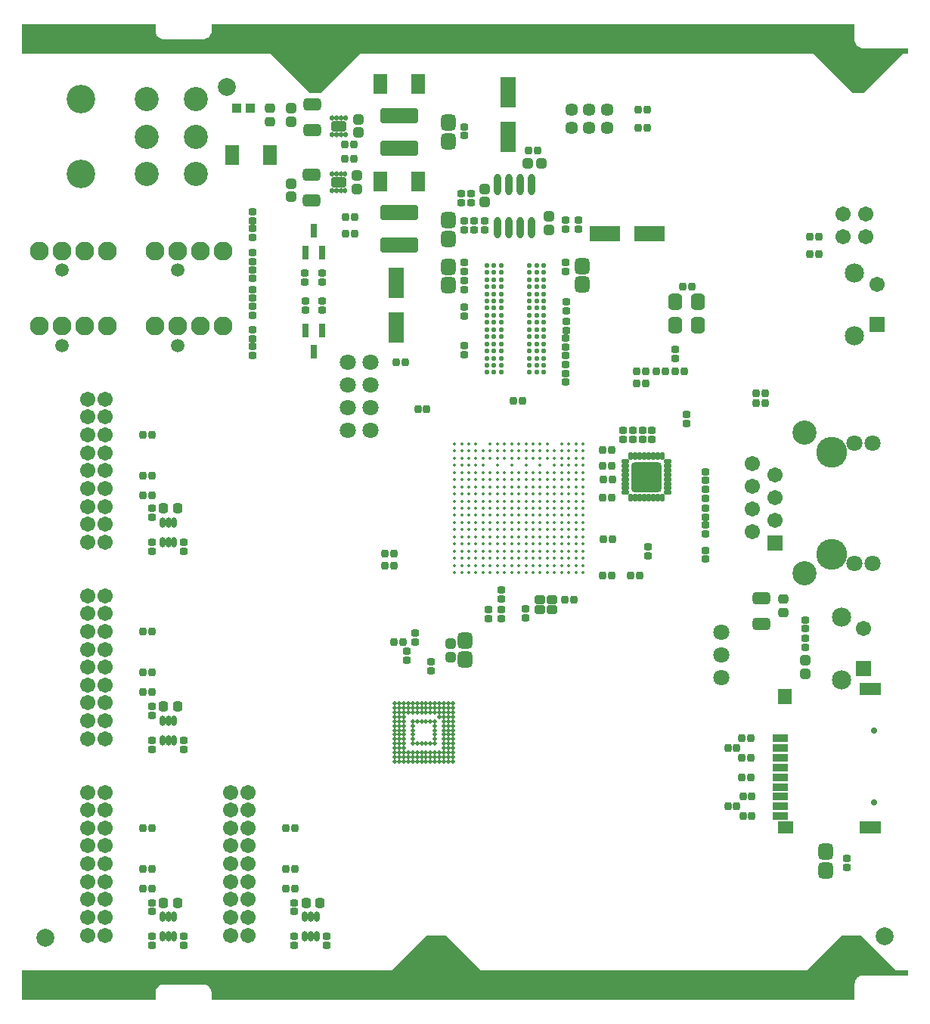
<source format=gbr>
G04*
G04 #@! TF.GenerationSoftware,Altium Limited,Altium Designer,24.2.2 (26)*
G04*
G04 Layer_Color=8388736*
%FSLAX44Y44*%
%MOMM*%
G71*
G04*
G04 #@! TF.SameCoordinates,D1F85D35-12B9-47B7-842E-F7ABDB1EEA32*
G04*
G04*
G04 #@! TF.FilePolarity,Negative*
G04*
G01*
G75*
%ADD23C,0.3556*%
%ADD38R,1.6200X2.1800*%
%ADD50R,1.8032X3.4032*%
%ADD51R,3.4032X1.8032*%
G04:AMPARAMS|DCode=52|XSize=0.9032mm|YSize=0.8032mm|CornerRadius=0.2516mm|HoleSize=0mm|Usage=FLASHONLY|Rotation=90.000|XOffset=0mm|YOffset=0mm|HoleType=Round|Shape=RoundedRectangle|*
%AMROUNDEDRECTD52*
21,1,0.9032,0.3000,0,0,90.0*
21,1,0.4000,0.8032,0,0,90.0*
1,1,0.5032,0.1500,0.2000*
1,1,0.5032,0.1500,-0.2000*
1,1,0.5032,-0.1500,-0.2000*
1,1,0.5032,-0.1500,0.2000*
%
%ADD52ROUNDEDRECTD52*%
G04:AMPARAMS|DCode=53|XSize=0.9032mm|YSize=0.8032mm|CornerRadius=0.2516mm|HoleSize=0mm|Usage=FLASHONLY|Rotation=0.000|XOffset=0mm|YOffset=0mm|HoleType=Round|Shape=RoundedRectangle|*
%AMROUNDEDRECTD53*
21,1,0.9032,0.3000,0,0,0.0*
21,1,0.4000,0.8032,0,0,0.0*
1,1,0.5032,0.2000,-0.1500*
1,1,0.5032,-0.2000,-0.1500*
1,1,0.5032,-0.2000,0.1500*
1,1,0.5032,0.2000,0.1500*
%
%ADD53ROUNDEDRECTD53*%
G04:AMPARAMS|DCode=54|XSize=0.6032mm|YSize=1.1032mm|CornerRadius=0.2016mm|HoleSize=0mm|Usage=FLASHONLY|Rotation=0.000|XOffset=0mm|YOffset=0mm|HoleType=Round|Shape=RoundedRectangle|*
%AMROUNDEDRECTD54*
21,1,0.6032,0.7000,0,0,0.0*
21,1,0.2000,1.1032,0,0,0.0*
1,1,0.4032,0.1000,-0.3500*
1,1,0.4032,-0.1000,-0.3500*
1,1,0.4032,-0.1000,0.3500*
1,1,0.4032,0.1000,0.3500*
%
%ADD54ROUNDEDRECTD54*%
%ADD55C,0.5532*%
G04:AMPARAMS|DCode=56|XSize=1.1532mm|YSize=1.0532mm|CornerRadius=0.3141mm|HoleSize=0mm|Usage=FLASHONLY|Rotation=90.000|XOffset=0mm|YOffset=0mm|HoleType=Round|Shape=RoundedRectangle|*
%AMROUNDEDRECTD56*
21,1,1.1532,0.4250,0,0,90.0*
21,1,0.5250,1.0532,0,0,90.0*
1,1,0.6282,0.2125,0.2625*
1,1,0.6282,0.2125,-0.2625*
1,1,0.6282,-0.2125,-0.2625*
1,1,0.6282,-0.2125,0.2625*
%
%ADD56ROUNDEDRECTD56*%
%ADD57C,2.0000*%
G04:AMPARAMS|DCode=58|XSize=1.1532mm|YSize=1.2032mm|CornerRadius=0.3391mm|HoleSize=0mm|Usage=FLASHONLY|Rotation=90.000|XOffset=0mm|YOffset=0mm|HoleType=Round|Shape=RoundedRectangle|*
%AMROUNDEDRECTD58*
21,1,1.1532,0.5250,0,0,90.0*
21,1,0.4750,1.2032,0,0,90.0*
1,1,0.6782,0.2625,0.2375*
1,1,0.6782,0.2625,-0.2375*
1,1,0.6782,-0.2625,-0.2375*
1,1,0.6782,-0.2625,0.2375*
%
%ADD58ROUNDEDRECTD58*%
%ADD59O,0.8032X2.4032*%
G04:AMPARAMS|DCode=60|XSize=1.1532mm|YSize=1.2032mm|CornerRadius=0.3391mm|HoleSize=0mm|Usage=FLASHONLY|Rotation=180.000|XOffset=0mm|YOffset=0mm|HoleType=Round|Shape=RoundedRectangle|*
%AMROUNDEDRECTD60*
21,1,1.1532,0.5250,0,0,180.0*
21,1,0.4750,1.2032,0,0,180.0*
1,1,0.6782,-0.2375,0.2625*
1,1,0.6782,0.2375,0.2625*
1,1,0.6782,0.2375,-0.2625*
1,1,0.6782,-0.2375,-0.2625*
%
%ADD60ROUNDEDRECTD60*%
G04:AMPARAMS|DCode=61|XSize=1.7032mm|YSize=1.8032mm|CornerRadius=0.4766mm|HoleSize=0mm|Usage=FLASHONLY|Rotation=180.000|XOffset=0mm|YOffset=0mm|HoleType=Round|Shape=RoundedRectangle|*
%AMROUNDEDRECTD61*
21,1,1.7032,0.8500,0,0,180.0*
21,1,0.7500,1.8032,0,0,180.0*
1,1,0.9532,-0.3750,0.4250*
1,1,0.9532,0.3750,0.4250*
1,1,0.9532,0.3750,-0.4250*
1,1,0.9532,-0.3750,-0.4250*
%
%ADD61ROUNDEDRECTD61*%
G04:AMPARAMS|DCode=62|XSize=1.7032mm|YSize=1.1032mm|CornerRadius=0.2141mm|HoleSize=0mm|Usage=FLASHONLY|Rotation=180.000|XOffset=0mm|YOffset=0mm|HoleType=Round|Shape=RoundedRectangle|*
%AMROUNDEDRECTD62*
21,1,1.7032,0.6750,0,0,180.0*
21,1,1.2750,1.1032,0,0,180.0*
1,1,0.4282,-0.6375,0.3375*
1,1,0.4282,0.6375,0.3375*
1,1,0.4282,0.6375,-0.3375*
1,1,0.4282,-0.6375,-0.3375*
%
%ADD62ROUNDEDRECTD62*%
G04:AMPARAMS|DCode=63|XSize=0.4532mm|YSize=0.6032mm|CornerRadius=0.1641mm|HoleSize=0mm|Usage=FLASHONLY|Rotation=180.000|XOffset=0mm|YOffset=0mm|HoleType=Round|Shape=RoundedRectangle|*
%AMROUNDEDRECTD63*
21,1,0.4532,0.2750,0,0,180.0*
21,1,0.1250,0.6032,0,0,180.0*
1,1,0.3282,-0.0625,0.1375*
1,1,0.3282,0.0625,0.1375*
1,1,0.3282,0.0625,-0.1375*
1,1,0.3282,-0.0625,-0.1375*
%
%ADD63ROUNDEDRECTD63*%
G04:AMPARAMS|DCode=64|XSize=1.3532mm|YSize=2.0032mm|CornerRadius=0.3891mm|HoleSize=0mm|Usage=FLASHONLY|Rotation=90.000|XOffset=0mm|YOffset=0mm|HoleType=Round|Shape=RoundedRectangle|*
%AMROUNDEDRECTD64*
21,1,1.3532,1.2250,0,0,90.0*
21,1,0.5750,2.0032,0,0,90.0*
1,1,0.7782,0.6125,0.2875*
1,1,0.7782,0.6125,-0.2875*
1,1,0.7782,-0.6125,-0.2875*
1,1,0.7782,-0.6125,0.2875*
%
%ADD64ROUNDEDRECTD64*%
G04:AMPARAMS|DCode=65|XSize=1.1532mm|YSize=1.0532mm|CornerRadius=0.3141mm|HoleSize=0mm|Usage=FLASHONLY|Rotation=180.000|XOffset=0mm|YOffset=0mm|HoleType=Round|Shape=RoundedRectangle|*
%AMROUNDEDRECTD65*
21,1,1.1532,0.4250,0,0,180.0*
21,1,0.5250,1.0532,0,0,180.0*
1,1,0.6282,-0.2625,0.2125*
1,1,0.6282,0.2625,0.2125*
1,1,0.6282,0.2625,-0.2125*
1,1,0.6282,-0.2625,-0.2125*
%
%ADD65ROUNDEDRECTD65*%
G04:AMPARAMS|DCode=66|XSize=1.7032mm|YSize=4.2032mm|CornerRadius=0.1766mm|HoleSize=0mm|Usage=FLASHONLY|Rotation=270.000|XOffset=0mm|YOffset=0mm|HoleType=Round|Shape=RoundedRectangle|*
%AMROUNDEDRECTD66*
21,1,1.7032,3.8500,0,0,270.0*
21,1,1.3500,4.2032,0,0,270.0*
1,1,0.3532,-1.9250,-0.6750*
1,1,0.3532,-1.9250,0.6750*
1,1,0.3532,1.9250,0.6750*
1,1,0.3532,1.9250,-0.6750*
%
%ADD66ROUNDEDRECTD66*%
%ADD67R,0.8032X1.5532*%
%ADD68R,1.0032X1.0032*%
G04:AMPARAMS|DCode=69|XSize=1.6032mm|YSize=1.8032mm|CornerRadius=0.4516mm|HoleSize=0mm|Usage=FLASHONLY|Rotation=180.000|XOffset=0mm|YOffset=0mm|HoleType=Round|Shape=RoundedRectangle|*
%AMROUNDEDRECTD69*
21,1,1.6032,0.9000,0,0,180.0*
21,1,0.7000,1.8032,0,0,180.0*
1,1,0.9032,-0.3500,0.4500*
1,1,0.9032,0.3500,0.4500*
1,1,0.9032,0.3500,-0.4500*
1,1,0.9032,-0.3500,-0.4500*
%
%ADD69ROUNDEDRECTD69*%
G04:AMPARAMS|DCode=70|XSize=0.4432mm|YSize=0.9032mm|CornerRadius=0.1616mm|HoleSize=0mm|Usage=FLASHONLY|Rotation=0.000|XOffset=0mm|YOffset=0mm|HoleType=Round|Shape=RoundedRectangle|*
%AMROUNDEDRECTD70*
21,1,0.4432,0.5800,0,0,0.0*
21,1,0.1200,0.9032,0,0,0.0*
1,1,0.3232,0.0600,-0.2900*
1,1,0.3232,-0.0600,-0.2900*
1,1,0.3232,-0.0600,0.2900*
1,1,0.3232,0.0600,0.2900*
%
%ADD70ROUNDEDRECTD70*%
G04:AMPARAMS|DCode=71|XSize=0.4432mm|YSize=0.9032mm|CornerRadius=0.1616mm|HoleSize=0mm|Usage=FLASHONLY|Rotation=90.000|XOffset=0mm|YOffset=0mm|HoleType=Round|Shape=RoundedRectangle|*
%AMROUNDEDRECTD71*
21,1,0.4432,0.5800,0,0,90.0*
21,1,0.1200,0.9032,0,0,90.0*
1,1,0.3232,0.2900,0.0600*
1,1,0.3232,0.2900,-0.0600*
1,1,0.3232,-0.2900,-0.0600*
1,1,0.3232,-0.2900,0.0600*
%
%ADD71ROUNDEDRECTD71*%
G04:AMPARAMS|DCode=72|XSize=3.3032mm|YSize=3.3032mm|CornerRadius=0.2566mm|HoleSize=0mm|Usage=FLASHONLY|Rotation=270.000|XOffset=0mm|YOffset=0mm|HoleType=Round|Shape=RoundedRectangle|*
%AMROUNDEDRECTD72*
21,1,3.3032,2.7900,0,0,270.0*
21,1,2.7900,3.3032,0,0,270.0*
1,1,0.5132,-1.3950,-1.3950*
1,1,0.5132,-1.3950,1.3950*
1,1,0.5132,1.3950,1.3950*
1,1,0.5132,1.3950,-1.3950*
%
%ADD72ROUNDEDRECTD72*%
%ADD73R,1.6032X1.8032*%
%ADD74R,2.4032X1.4032*%
%ADD75R,1.8032X1.4032*%
%ADD76R,1.8032X0.9032*%
G04:AMPARAMS|DCode=77|XSize=1.1032mm|YSize=1.0032mm|CornerRadius=0.1416mm|HoleSize=0mm|Usage=FLASHONLY|Rotation=0.000|XOffset=0mm|YOffset=0mm|HoleType=Round|Shape=RoundedRectangle|*
%AMROUNDEDRECTD77*
21,1,1.1032,0.7200,0,0,0.0*
21,1,0.8200,1.0032,0,0,0.0*
1,1,0.2832,0.4100,-0.3600*
1,1,0.2832,-0.4100,-0.3600*
1,1,0.2832,-0.4100,0.3600*
1,1,0.2832,0.4100,0.3600*
%
%ADD77ROUNDEDRECTD77*%
%ADD78C,0.4932*%
%ADD79C,2.1032*%
%ADD80C,1.5032*%
%ADD81C,3.2032*%
%ADD82C,1.4532*%
%ADD83C,2.1532*%
%ADD84C,1.7112*%
%ADD85R,1.7112X1.7112*%
%ADD86C,1.7032*%
%ADD87C,1.8032*%
%ADD88C,0.7032*%
%ADD89R,1.7032X1.7032*%
%ADD90C,2.7032*%
%ADD91C,3.4532*%
G36*
X517312Y36639D02*
X882435D01*
X921435Y75639D01*
X943312D01*
X982312Y36639D01*
X996116D01*
Y30885D01*
X945000Y30885D01*
X944811Y30847D01*
X944619Y30866D01*
X943644Y30770D01*
X943098Y30604D01*
X942538Y30493D01*
X940736Y29746D01*
X940231Y29409D01*
X939475Y28904D01*
X938096Y27525D01*
X937254Y26265D01*
X936507Y24462D01*
X936396Y23902D01*
X936230Y23356D01*
X936134Y22381D01*
X936153Y22189D01*
X936116Y22000D01*
X936116Y3885D01*
X215885D01*
Y12000D01*
X215847Y12189D01*
X215866Y12381D01*
X215770Y13356D01*
X215604Y13903D01*
X215493Y14462D01*
X214746Y16265D01*
X214409Y16769D01*
X213904Y17525D01*
X212525Y18904D01*
X211264Y19746D01*
X209462Y20493D01*
X208902Y20604D01*
X208356Y20770D01*
X207381Y20866D01*
X207189Y20847D01*
X207000Y20885D01*
X162000Y20885D01*
X161811Y20847D01*
X161619Y20866D01*
X160644Y20770D01*
X160098Y20604D01*
X159538Y20493D01*
X157736Y19746D01*
X157231Y19409D01*
X156475Y18904D01*
X155096Y17525D01*
X154254Y16264D01*
X153507Y14462D01*
X153396Y13902D01*
X153230Y13356D01*
X153134Y12381D01*
X153153Y12189D01*
X153116Y12000D01*
X153116Y3885D01*
X3885D01*
Y36639D01*
X417356D01*
X456416Y75699D01*
X478252D01*
X517312Y36639D01*
D02*
G37*
G36*
X936116Y1078000D02*
X936153Y1077811D01*
X936134Y1077619D01*
X936230Y1076644D01*
X936396Y1076098D01*
X936507Y1075538D01*
X937254Y1073736D01*
X938096Y1072476D01*
X938096D01*
Y1072476D01*
X939475Y1071096D01*
X940736Y1070254D01*
X942538Y1069507D01*
X943098Y1069396D01*
X943644Y1069230D01*
X944619Y1069134D01*
X944811Y1069153D01*
X945000Y1069116D01*
X996116D01*
Y1063115D01*
X989848D01*
X945909Y1019175D01*
X933789D01*
X889848Y1063115D01*
X382115Y1063115D01*
X338175Y1019175D01*
X325788Y1019175D01*
X281849Y1063115D01*
X3885D01*
Y1096116D01*
X153116D01*
Y1088000D01*
X153153Y1087811D01*
X153134Y1087619D01*
X153230Y1086644D01*
X153396Y1086098D01*
X153507Y1085538D01*
X154254Y1083736D01*
X154591Y1083231D01*
X155096Y1082476D01*
X156475Y1081096D01*
X157736Y1080254D01*
X159538Y1079508D01*
X160098Y1079396D01*
X160644Y1079230D01*
X161619Y1079134D01*
X161811Y1079153D01*
X162000Y1079116D01*
X207000Y1079116D01*
X207189Y1079153D01*
X207381Y1079134D01*
X208356Y1079230D01*
X208902Y1079396D01*
X209462Y1079508D01*
X211264Y1080254D01*
X211769Y1080591D01*
X212525Y1081096D01*
X213904Y1082476D01*
X214746Y1083736D01*
X215493Y1085538D01*
X215604Y1086098D01*
X215770Y1086644D01*
X215866Y1087619D01*
X215847Y1087811D01*
X215885Y1088000D01*
X215885Y1096116D01*
X936116D01*
Y1078000D01*
D02*
G37*
D23*
X616000Y482000D02*
D03*
X520000D02*
D03*
X528000D02*
D03*
X536000D02*
D03*
X552000Y610000D02*
D03*
X536000Y602000D02*
D03*
X568000Y618000D02*
D03*
X544000Y626000D02*
D03*
X616000Y618000D02*
D03*
X504000D02*
D03*
X632000Y610000D02*
D03*
X624000Y618000D02*
D03*
X608000D02*
D03*
X632000D02*
D03*
X624000Y626000D02*
D03*
X600000Y618000D02*
D03*
X608000Y610000D02*
D03*
X592000Y618000D02*
D03*
X496000D02*
D03*
X512000Y626000D02*
D03*
Y610000D02*
D03*
X520000Y618000D02*
D03*
X496000Y610000D02*
D03*
X512000Y618000D02*
D03*
X488000D02*
D03*
Y610000D02*
D03*
X552000Y618000D02*
D03*
X592000Y626000D02*
D03*
X560000Y610000D02*
D03*
X552000Y602000D02*
D03*
X584000Y610000D02*
D03*
X536000Y626000D02*
D03*
X528000Y610000D02*
D03*
X568000D02*
D03*
X576000Y618000D02*
D03*
Y626000D02*
D03*
X536000Y610000D02*
D03*
X600000D02*
D03*
X520000D02*
D03*
X584000Y602000D02*
D03*
X544000Y610000D02*
D03*
X592000D02*
D03*
X528000Y626000D02*
D03*
X536000Y618000D02*
D03*
X576000Y610000D02*
D03*
X544000Y618000D02*
D03*
X488000Y482000D02*
D03*
Y490000D02*
D03*
Y498000D02*
D03*
Y506000D02*
D03*
Y514000D02*
D03*
Y522000D02*
D03*
Y530000D02*
D03*
Y538000D02*
D03*
Y546000D02*
D03*
Y554000D02*
D03*
Y562000D02*
D03*
Y570000D02*
D03*
Y578000D02*
D03*
Y586000D02*
D03*
Y594000D02*
D03*
Y602000D02*
D03*
Y626000D02*
D03*
X496000Y482000D02*
D03*
Y490000D02*
D03*
Y498000D02*
D03*
Y506000D02*
D03*
Y514000D02*
D03*
Y522000D02*
D03*
Y530000D02*
D03*
Y538000D02*
D03*
Y546000D02*
D03*
Y554000D02*
D03*
Y562000D02*
D03*
Y570000D02*
D03*
Y578000D02*
D03*
Y586000D02*
D03*
Y594000D02*
D03*
Y602000D02*
D03*
Y626000D02*
D03*
X504000Y482000D02*
D03*
Y490000D02*
D03*
Y498000D02*
D03*
Y506000D02*
D03*
Y514000D02*
D03*
Y522000D02*
D03*
Y530000D02*
D03*
Y538000D02*
D03*
Y546000D02*
D03*
Y554000D02*
D03*
Y562000D02*
D03*
Y570000D02*
D03*
Y578000D02*
D03*
Y586000D02*
D03*
Y594000D02*
D03*
Y602000D02*
D03*
Y610000D02*
D03*
Y626000D02*
D03*
X512000Y482000D02*
D03*
Y490000D02*
D03*
Y498000D02*
D03*
Y506000D02*
D03*
Y514000D02*
D03*
Y522000D02*
D03*
Y530000D02*
D03*
Y538000D02*
D03*
Y546000D02*
D03*
Y554000D02*
D03*
Y562000D02*
D03*
Y570000D02*
D03*
Y578000D02*
D03*
Y586000D02*
D03*
Y594000D02*
D03*
Y602000D02*
D03*
X520000Y490000D02*
D03*
Y498000D02*
D03*
Y506000D02*
D03*
Y514000D02*
D03*
Y522000D02*
D03*
Y530000D02*
D03*
Y538000D02*
D03*
Y546000D02*
D03*
Y554000D02*
D03*
Y562000D02*
D03*
Y570000D02*
D03*
Y578000D02*
D03*
Y586000D02*
D03*
Y594000D02*
D03*
Y602000D02*
D03*
X528000Y490000D02*
D03*
Y498000D02*
D03*
Y506000D02*
D03*
Y514000D02*
D03*
Y522000D02*
D03*
Y530000D02*
D03*
Y538000D02*
D03*
Y546000D02*
D03*
Y554000D02*
D03*
Y562000D02*
D03*
Y570000D02*
D03*
Y578000D02*
D03*
Y586000D02*
D03*
Y594000D02*
D03*
Y618000D02*
D03*
X536000Y490000D02*
D03*
Y498000D02*
D03*
Y506000D02*
D03*
Y514000D02*
D03*
Y522000D02*
D03*
Y530000D02*
D03*
Y538000D02*
D03*
Y546000D02*
D03*
Y554000D02*
D03*
Y562000D02*
D03*
Y570000D02*
D03*
Y578000D02*
D03*
Y586000D02*
D03*
Y594000D02*
D03*
X544000Y482000D02*
D03*
Y490000D02*
D03*
Y498000D02*
D03*
Y506000D02*
D03*
Y514000D02*
D03*
Y522000D02*
D03*
Y530000D02*
D03*
Y538000D02*
D03*
Y546000D02*
D03*
Y554000D02*
D03*
Y562000D02*
D03*
Y570000D02*
D03*
Y578000D02*
D03*
Y586000D02*
D03*
Y594000D02*
D03*
X552000Y482000D02*
D03*
Y490000D02*
D03*
Y498000D02*
D03*
Y506000D02*
D03*
Y514000D02*
D03*
Y522000D02*
D03*
Y530000D02*
D03*
Y538000D02*
D03*
Y546000D02*
D03*
Y554000D02*
D03*
Y562000D02*
D03*
Y570000D02*
D03*
Y578000D02*
D03*
Y586000D02*
D03*
Y594000D02*
D03*
Y626000D02*
D03*
X560000Y482000D02*
D03*
Y490000D02*
D03*
Y498000D02*
D03*
Y506000D02*
D03*
Y514000D02*
D03*
Y522000D02*
D03*
Y530000D02*
D03*
Y538000D02*
D03*
Y546000D02*
D03*
Y554000D02*
D03*
Y562000D02*
D03*
Y570000D02*
D03*
Y578000D02*
D03*
Y586000D02*
D03*
Y594000D02*
D03*
Y618000D02*
D03*
Y626000D02*
D03*
X568000Y482000D02*
D03*
Y490000D02*
D03*
Y498000D02*
D03*
Y506000D02*
D03*
Y514000D02*
D03*
Y522000D02*
D03*
Y530000D02*
D03*
Y538000D02*
D03*
Y546000D02*
D03*
Y554000D02*
D03*
Y562000D02*
D03*
Y570000D02*
D03*
Y578000D02*
D03*
Y586000D02*
D03*
Y594000D02*
D03*
Y602000D02*
D03*
Y626000D02*
D03*
X576000Y482000D02*
D03*
Y490000D02*
D03*
Y498000D02*
D03*
Y506000D02*
D03*
Y514000D02*
D03*
Y522000D02*
D03*
Y530000D02*
D03*
Y538000D02*
D03*
Y546000D02*
D03*
Y554000D02*
D03*
Y562000D02*
D03*
Y570000D02*
D03*
Y578000D02*
D03*
Y586000D02*
D03*
Y594000D02*
D03*
X584000Y482000D02*
D03*
Y490000D02*
D03*
Y498000D02*
D03*
Y506000D02*
D03*
Y514000D02*
D03*
Y522000D02*
D03*
Y530000D02*
D03*
Y538000D02*
D03*
Y546000D02*
D03*
Y554000D02*
D03*
Y562000D02*
D03*
Y570000D02*
D03*
Y578000D02*
D03*
Y586000D02*
D03*
Y594000D02*
D03*
Y618000D02*
D03*
Y626000D02*
D03*
X592000Y482000D02*
D03*
Y490000D02*
D03*
Y498000D02*
D03*
Y506000D02*
D03*
Y514000D02*
D03*
Y522000D02*
D03*
Y530000D02*
D03*
Y538000D02*
D03*
Y546000D02*
D03*
Y554000D02*
D03*
Y562000D02*
D03*
Y570000D02*
D03*
Y578000D02*
D03*
Y586000D02*
D03*
Y594000D02*
D03*
X600000Y482000D02*
D03*
Y490000D02*
D03*
Y498000D02*
D03*
Y506000D02*
D03*
Y514000D02*
D03*
Y522000D02*
D03*
Y530000D02*
D03*
Y538000D02*
D03*
Y546000D02*
D03*
Y554000D02*
D03*
Y562000D02*
D03*
Y570000D02*
D03*
Y578000D02*
D03*
Y586000D02*
D03*
Y594000D02*
D03*
Y602000D02*
D03*
X608000Y482000D02*
D03*
Y490000D02*
D03*
Y498000D02*
D03*
Y506000D02*
D03*
Y514000D02*
D03*
Y522000D02*
D03*
Y530000D02*
D03*
Y538000D02*
D03*
Y546000D02*
D03*
Y554000D02*
D03*
Y562000D02*
D03*
Y570000D02*
D03*
Y578000D02*
D03*
Y586000D02*
D03*
Y594000D02*
D03*
Y602000D02*
D03*
Y626000D02*
D03*
X616000Y490000D02*
D03*
Y498000D02*
D03*
Y506000D02*
D03*
Y514000D02*
D03*
Y522000D02*
D03*
Y530000D02*
D03*
Y538000D02*
D03*
Y546000D02*
D03*
Y554000D02*
D03*
Y562000D02*
D03*
Y570000D02*
D03*
Y578000D02*
D03*
Y586000D02*
D03*
Y594000D02*
D03*
Y602000D02*
D03*
Y610000D02*
D03*
Y626000D02*
D03*
X624000Y482000D02*
D03*
Y490000D02*
D03*
Y498000D02*
D03*
Y506000D02*
D03*
Y514000D02*
D03*
Y522000D02*
D03*
Y530000D02*
D03*
Y538000D02*
D03*
Y546000D02*
D03*
Y554000D02*
D03*
Y562000D02*
D03*
Y570000D02*
D03*
Y578000D02*
D03*
Y586000D02*
D03*
Y594000D02*
D03*
Y602000D02*
D03*
Y610000D02*
D03*
X632000Y482000D02*
D03*
Y490000D02*
D03*
Y498000D02*
D03*
Y506000D02*
D03*
Y514000D02*
D03*
Y522000D02*
D03*
Y530000D02*
D03*
Y538000D02*
D03*
Y546000D02*
D03*
Y554000D02*
D03*
Y562000D02*
D03*
Y570000D02*
D03*
Y578000D02*
D03*
Y586000D02*
D03*
Y594000D02*
D03*
Y602000D02*
D03*
Y626000D02*
D03*
D38*
X238900Y949000D02*
D03*
X281100D02*
D03*
X447125Y1029378D02*
D03*
X404925D02*
D03*
X447100Y920000D02*
D03*
X404900D02*
D03*
D50*
X548000Y1020000D02*
D03*
Y970000D02*
D03*
X423000Y756000D02*
D03*
Y806000D02*
D03*
D51*
X706000Y861000D02*
D03*
X656000D02*
D03*
D52*
X811000Y209000D02*
D03*
X821000D02*
D03*
X457000Y665000D02*
D03*
X581270Y954730D02*
D03*
X571270D02*
D03*
X375000Y961000D02*
D03*
X365000D02*
D03*
X375126Y945297D02*
D03*
X365126D02*
D03*
X366000Y880000D02*
D03*
X376000D02*
D03*
X886000Y838760D02*
D03*
X896000D02*
D03*
X886000Y858184D02*
D03*
X896000D02*
D03*
X734920Y707000D02*
D03*
X744920D02*
D03*
X714000Y707000D02*
D03*
X724000D02*
D03*
X702000D02*
D03*
X692000D02*
D03*
X702000Y693409D02*
D03*
X692000D02*
D03*
X654000Y619000D02*
D03*
X664000D02*
D03*
X654183Y601518D02*
D03*
X664183D02*
D03*
X664466Y586459D02*
D03*
X654466D02*
D03*
X654183Y566002D02*
D03*
X664183D02*
D03*
X695500Y479000D02*
D03*
X685500D02*
D03*
X826000Y672000D02*
D03*
X836000D02*
D03*
X826000Y683000D02*
D03*
X836000D02*
D03*
X621359Y451928D02*
D03*
X611359D02*
D03*
X423000Y717100D02*
D03*
X433000D02*
D03*
X420146Y404461D02*
D03*
X430146D02*
D03*
X554000Y674000D02*
D03*
X564000D02*
D03*
X447000Y665000D02*
D03*
X654000Y479000D02*
D03*
X664000D02*
D03*
X654466Y519000D02*
D03*
X664466D02*
D03*
X410000Y503000D02*
D03*
X420000D02*
D03*
X410000Y490000D02*
D03*
X420000D02*
D03*
X693908Y980037D02*
D03*
X703908D02*
D03*
X693908Y999882D02*
D03*
X703908D02*
D03*
X810000Y297000D02*
D03*
X820000D02*
D03*
X794000Y286000D02*
D03*
X804000D02*
D03*
X810000Y275000D02*
D03*
X820000D02*
D03*
X810000Y253000D02*
D03*
X820000D02*
D03*
X811000Y231000D02*
D03*
X821000D02*
D03*
X794000Y220000D02*
D03*
X804000D02*
D03*
X743700Y802000D02*
D03*
X753700D02*
D03*
X376000Y861000D02*
D03*
X366000D02*
D03*
X139000Y590000D02*
D03*
X149000D02*
D03*
X299000Y149993D02*
D03*
X309000D02*
D03*
X299000Y127993D02*
D03*
X309000D02*
D03*
Y195993D02*
D03*
X299000D02*
D03*
X139000Y568000D02*
D03*
X149000D02*
D03*
Y636000D02*
D03*
X139000D02*
D03*
Y149993D02*
D03*
X149000D02*
D03*
X139000Y127993D02*
D03*
X149000D02*
D03*
Y195993D02*
D03*
X139000D02*
D03*
Y370000D02*
D03*
X149000D02*
D03*
Y416000D02*
D03*
X139000D02*
D03*
Y348000D02*
D03*
X149000D02*
D03*
D53*
X344500Y74426D02*
D03*
X185000Y516091D02*
D03*
X185000Y294000D02*
D03*
X185000Y74426D02*
D03*
X149000Y506091D02*
D03*
Y516091D02*
D03*
Y544091D02*
D03*
Y554091D02*
D03*
X185000Y506091D02*
D03*
X308500Y64426D02*
D03*
Y74426D02*
D03*
Y102426D02*
D03*
Y112426D02*
D03*
X344500Y64426D02*
D03*
X149000Y284000D02*
D03*
Y294000D02*
D03*
Y322000D02*
D03*
Y332000D02*
D03*
X185000Y284000D02*
D03*
X149000Y102426D02*
D03*
Y112426D02*
D03*
X185000Y64426D02*
D03*
X149000D02*
D03*
Y74426D02*
D03*
X611976Y876197D02*
D03*
Y866197D02*
D03*
X510278Y865489D02*
D03*
Y875489D02*
D03*
X612763Y828834D02*
D03*
Y818834D02*
D03*
X612911Y775049D02*
D03*
Y785049D02*
D03*
X612752Y744260D02*
D03*
Y734260D02*
D03*
X499000Y981000D02*
D03*
Y971000D02*
D03*
Y875489D02*
D03*
Y865489D02*
D03*
X340000Y817430D02*
D03*
Y807430D02*
D03*
X320500Y807430D02*
D03*
Y817430D02*
D03*
X340000Y776000D02*
D03*
Y786000D02*
D03*
X321000Y786000D02*
D03*
Y776000D02*
D03*
X262000Y876000D02*
D03*
Y886000D02*
D03*
Y857000D02*
D03*
Y867000D02*
D03*
Y840000D02*
D03*
Y830000D02*
D03*
Y821000D02*
D03*
Y811000D02*
D03*
Y789000D02*
D03*
Y799000D02*
D03*
Y770000D02*
D03*
Y780000D02*
D03*
Y754000D02*
D03*
Y744000D02*
D03*
Y735000D02*
D03*
Y725000D02*
D03*
X881000Y408000D02*
D03*
Y398000D02*
D03*
Y419000D02*
D03*
Y429000D02*
D03*
X735000Y732000D02*
D03*
Y722000D02*
D03*
X748000Y649000D02*
D03*
Y659000D02*
D03*
X927060Y162000D02*
D03*
Y152000D02*
D03*
X462000Y372000D02*
D03*
Y382000D02*
D03*
X444000Y414000D02*
D03*
Y404000D02*
D03*
X435000Y394000D02*
D03*
Y384000D02*
D03*
X499000Y799000D02*
D03*
Y809000D02*
D03*
X612847Y753052D02*
D03*
Y763052D02*
D03*
X499000Y769000D02*
D03*
Y779000D02*
D03*
X612686Y724866D02*
D03*
Y714866D02*
D03*
X499000Y726000D02*
D03*
Y736000D02*
D03*
X612771Y705051D02*
D03*
Y695051D02*
D03*
X499091Y828867D02*
D03*
Y818867D02*
D03*
X526000Y430639D02*
D03*
Y440639D02*
D03*
X769000Y497000D02*
D03*
Y507000D02*
D03*
X709000Y641000D02*
D03*
Y631000D02*
D03*
X699000Y641000D02*
D03*
Y631000D02*
D03*
X688000D02*
D03*
Y641000D02*
D03*
X677000Y631000D02*
D03*
Y641000D02*
D03*
X705000Y501000D02*
D03*
Y511000D02*
D03*
X769000Y595000D02*
D03*
Y585000D02*
D03*
Y565000D02*
D03*
Y575000D02*
D03*
Y554000D02*
D03*
Y544000D02*
D03*
Y525000D02*
D03*
Y535000D02*
D03*
X540000Y452721D02*
D03*
Y462721D02*
D03*
Y430639D02*
D03*
Y440639D02*
D03*
X567124Y431000D02*
D03*
Y441000D02*
D03*
X495560Y906442D02*
D03*
Y896442D02*
D03*
X521689Y875489D02*
D03*
Y865489D02*
D03*
X506855Y906442D02*
D03*
Y896442D02*
D03*
X627000Y876197D02*
D03*
Y866197D02*
D03*
D54*
X333500Y74426D02*
D03*
X174000Y516091D02*
D03*
X174000Y294000D02*
D03*
X174000Y74426D02*
D03*
X327000Y96426D02*
D03*
X167500Y538091D02*
D03*
X167500Y316000D02*
D03*
X167500Y96426D02*
D03*
X161000Y538091D02*
D03*
X174000D02*
D03*
X167500Y516091D02*
D03*
X161000D02*
D03*
X320500Y96426D02*
D03*
X333500D02*
D03*
X327000Y74426D02*
D03*
X320500D02*
D03*
X161000Y316000D02*
D03*
X174000D02*
D03*
X167500Y294000D02*
D03*
X161000D02*
D03*
X161000Y96426D02*
D03*
X174000D02*
D03*
X167500Y74426D02*
D03*
X161000D02*
D03*
D55*
X540000Y746000D02*
D03*
X532000Y706000D02*
D03*
X540000Y762000D02*
D03*
X524000Y754000D02*
D03*
X540000Y802000D02*
D03*
X572000Y794000D02*
D03*
X540000Y826000D02*
D03*
X580000Y818000D02*
D03*
X532000Y826000D02*
D03*
X572000D02*
D03*
X532000Y810000D02*
D03*
X580000D02*
D03*
X540000D02*
D03*
X572000Y802000D02*
D03*
Y770000D02*
D03*
X532000Y778000D02*
D03*
X580000Y770000D02*
D03*
X540000D02*
D03*
X580000Y786000D02*
D03*
X532000D02*
D03*
X572000D02*
D03*
X540000Y794000D02*
D03*
X532000Y746000D02*
D03*
X588000Y754000D02*
D03*
X540000D02*
D03*
Y738000D02*
D03*
X580000Y730000D02*
D03*
X532000Y738000D02*
D03*
X540000Y706000D02*
D03*
X572000Y730000D02*
D03*
Y714000D02*
D03*
Y746000D02*
D03*
X540000Y714000D02*
D03*
X580000Y706000D02*
D03*
X532000Y714000D02*
D03*
X580000D02*
D03*
X532000Y722000D02*
D03*
X580000D02*
D03*
X532000Y730000D02*
D03*
X540000Y722000D02*
D03*
X572000D02*
D03*
X540000Y730000D02*
D03*
X524000Y826000D02*
D03*
X580000D02*
D03*
X588000D02*
D03*
X524000Y818000D02*
D03*
X532000D02*
D03*
X540000D02*
D03*
X572000D02*
D03*
X588000D02*
D03*
X524000Y810000D02*
D03*
X572000D02*
D03*
X588000D02*
D03*
X524000Y802000D02*
D03*
X532000D02*
D03*
X580000D02*
D03*
X588000D02*
D03*
X524000Y794000D02*
D03*
X532000D02*
D03*
X580000D02*
D03*
X588000D02*
D03*
X524000Y786000D02*
D03*
X540000D02*
D03*
X588000D02*
D03*
X524000Y778000D02*
D03*
X540000D02*
D03*
X572000D02*
D03*
X580000D02*
D03*
X588000D02*
D03*
X524000Y770000D02*
D03*
X532000D02*
D03*
X588000D02*
D03*
X524000Y762000D02*
D03*
X532000D02*
D03*
X572000D02*
D03*
X580000D02*
D03*
X588000D02*
D03*
X532000Y754000D02*
D03*
X572000D02*
D03*
X580000D02*
D03*
X524000Y746000D02*
D03*
X580000D02*
D03*
X588000D02*
D03*
X524000Y738000D02*
D03*
X572000D02*
D03*
X580000D02*
D03*
X588000D02*
D03*
X524000Y730000D02*
D03*
X588000D02*
D03*
X524000Y722000D02*
D03*
X588000D02*
D03*
X524000Y714000D02*
D03*
X588000D02*
D03*
X524000Y706000D02*
D03*
X572000D02*
D03*
X588000D02*
D03*
D56*
X337250Y112426D02*
D03*
X177750Y554091D02*
D03*
X177750Y332000D02*
D03*
X177750Y112426D02*
D03*
X162250Y554091D02*
D03*
X321750Y112426D02*
D03*
X162250Y332000D02*
D03*
X162250Y112426D02*
D03*
D57*
X233000Y1026000D02*
D03*
X970000Y75000D02*
D03*
X30000Y73000D02*
D03*
D58*
X570270Y939730D02*
D03*
X585270D02*
D03*
D59*
X536450Y868000D02*
D03*
X549150D02*
D03*
X561850D02*
D03*
X574550D02*
D03*
X536450Y916000D02*
D03*
X549150D02*
D03*
X561850D02*
D03*
X574550D02*
D03*
D60*
X521560Y896500D02*
D03*
Y911500D02*
D03*
X594000Y880489D02*
D03*
Y865489D02*
D03*
X380000Y974500D02*
D03*
Y989500D02*
D03*
X305000Y1002000D02*
D03*
Y987000D02*
D03*
Y902500D02*
D03*
Y917500D02*
D03*
X881000Y368500D02*
D03*
Y383500D02*
D03*
X484000Y402500D02*
D03*
Y387500D02*
D03*
X379000Y911500D02*
D03*
Y926500D02*
D03*
D61*
X481000Y964500D02*
D03*
Y985500D02*
D03*
Y855500D02*
D03*
Y876500D02*
D03*
X904000Y148500D02*
D03*
Y169500D02*
D03*
X500000Y384500D02*
D03*
Y405500D02*
D03*
X631372Y825247D02*
D03*
Y804247D02*
D03*
X481000Y803500D02*
D03*
Y824500D02*
D03*
D62*
X358152Y981383D02*
D03*
X358000Y919000D02*
D03*
D63*
X365652Y990883D02*
D03*
Y971883D02*
D03*
X360652D02*
D03*
X355652D02*
D03*
X350652D02*
D03*
Y990883D02*
D03*
X355652D02*
D03*
X360652D02*
D03*
X365500Y928500D02*
D03*
Y909500D02*
D03*
X360500D02*
D03*
X355500D02*
D03*
X350500D02*
D03*
Y928500D02*
D03*
X355500D02*
D03*
X360500D02*
D03*
D64*
X329000Y977500D02*
D03*
Y1006500D02*
D03*
X328000Y927500D02*
D03*
Y898500D02*
D03*
X832000Y424500D02*
D03*
Y453500D02*
D03*
D65*
X280976Y1002250D02*
D03*
Y986750D02*
D03*
X856000Y452750D02*
D03*
Y437250D02*
D03*
D66*
X426000Y957000D02*
D03*
Y993000D02*
D03*
X425953Y884623D02*
D03*
Y848624D02*
D03*
D67*
X330500Y729000D02*
D03*
X321000Y753000D02*
D03*
X340000D02*
D03*
X330500Y864430D02*
D03*
X340000Y840430D02*
D03*
X321000D02*
D03*
D68*
X259499Y1001999D02*
D03*
X244499D02*
D03*
D69*
X735000Y785000D02*
D03*
X760400Y759000D02*
D03*
X735000D02*
D03*
X760400Y785000D02*
D03*
D70*
X720500Y612500D02*
D03*
X690500Y565500D02*
D03*
Y612500D02*
D03*
X685500Y565500D02*
D03*
Y612500D02*
D03*
X715500Y565500D02*
D03*
X710500D02*
D03*
Y612500D02*
D03*
X720500Y565500D02*
D03*
X715500Y612500D02*
D03*
X700500D02*
D03*
X695500D02*
D03*
Y565500D02*
D03*
X705500D02*
D03*
Y612500D02*
D03*
X700500Y565500D02*
D03*
D71*
X679500Y571500D02*
D03*
Y576500D02*
D03*
Y581500D02*
D03*
Y586500D02*
D03*
Y601500D02*
D03*
Y596500D02*
D03*
Y591500D02*
D03*
Y606500D02*
D03*
X726500Y601500D02*
D03*
Y586500D02*
D03*
Y591500D02*
D03*
Y596500D02*
D03*
Y581500D02*
D03*
Y606500D02*
D03*
Y571500D02*
D03*
Y576500D02*
D03*
D72*
X703000Y589000D02*
D03*
D73*
X858000Y343000D02*
D03*
D74*
X954000Y352000D02*
D03*
Y197000D02*
D03*
D75*
X859000D02*
D03*
D76*
X853000Y209000D02*
D03*
Y220000D02*
D03*
Y231000D02*
D03*
Y242000D02*
D03*
Y253000D02*
D03*
Y264000D02*
D03*
Y275000D02*
D03*
Y286000D02*
D03*
Y297000D02*
D03*
D77*
X583359Y451861D02*
D03*
X597359D02*
D03*
Y440861D02*
D03*
X583359D02*
D03*
D78*
X421146Y270461D02*
D03*
Y275461D02*
D03*
Y280461D02*
D03*
Y285461D02*
D03*
Y290461D02*
D03*
Y295461D02*
D03*
Y300461D02*
D03*
Y305461D02*
D03*
Y310461D02*
D03*
Y315461D02*
D03*
Y320461D02*
D03*
Y325461D02*
D03*
Y330461D02*
D03*
Y335461D02*
D03*
X426146Y270461D02*
D03*
Y275461D02*
D03*
Y280461D02*
D03*
Y285461D02*
D03*
Y290461D02*
D03*
Y295461D02*
D03*
Y300461D02*
D03*
Y305461D02*
D03*
Y310461D02*
D03*
Y315461D02*
D03*
Y320461D02*
D03*
Y325461D02*
D03*
Y330461D02*
D03*
Y335461D02*
D03*
X431146Y270461D02*
D03*
Y275461D02*
D03*
Y280461D02*
D03*
Y285461D02*
D03*
Y290461D02*
D03*
Y295461D02*
D03*
Y300461D02*
D03*
Y305461D02*
D03*
Y310461D02*
D03*
Y315461D02*
D03*
Y320461D02*
D03*
Y325461D02*
D03*
Y330461D02*
D03*
Y335461D02*
D03*
X436146Y270461D02*
D03*
Y275461D02*
D03*
Y280461D02*
D03*
Y325461D02*
D03*
Y330461D02*
D03*
Y335461D02*
D03*
X441146Y270461D02*
D03*
Y275461D02*
D03*
Y280461D02*
D03*
Y290461D02*
D03*
Y295461D02*
D03*
Y300461D02*
D03*
Y305461D02*
D03*
Y310461D02*
D03*
Y315461D02*
D03*
Y325461D02*
D03*
Y330461D02*
D03*
Y335461D02*
D03*
X446146Y270461D02*
D03*
Y275461D02*
D03*
Y280461D02*
D03*
Y290461D02*
D03*
Y315461D02*
D03*
Y325461D02*
D03*
Y330461D02*
D03*
Y335461D02*
D03*
X451146Y270461D02*
D03*
Y275461D02*
D03*
Y280461D02*
D03*
Y290461D02*
D03*
Y315461D02*
D03*
Y325461D02*
D03*
Y330461D02*
D03*
Y335461D02*
D03*
X456146Y270461D02*
D03*
Y275461D02*
D03*
Y280461D02*
D03*
Y290461D02*
D03*
Y315461D02*
D03*
Y325461D02*
D03*
Y330461D02*
D03*
Y335461D02*
D03*
X461146Y270461D02*
D03*
Y275461D02*
D03*
Y280461D02*
D03*
Y290461D02*
D03*
Y315461D02*
D03*
Y325461D02*
D03*
Y330461D02*
D03*
Y335461D02*
D03*
X466146Y270461D02*
D03*
Y275461D02*
D03*
Y280461D02*
D03*
Y290461D02*
D03*
Y295461D02*
D03*
Y300461D02*
D03*
Y305461D02*
D03*
Y310461D02*
D03*
Y315461D02*
D03*
Y325461D02*
D03*
Y330461D02*
D03*
Y335461D02*
D03*
X471146Y270461D02*
D03*
Y275461D02*
D03*
Y280461D02*
D03*
Y320461D02*
D03*
Y325461D02*
D03*
Y330461D02*
D03*
Y335461D02*
D03*
X476146Y270461D02*
D03*
Y275461D02*
D03*
Y280461D02*
D03*
Y285461D02*
D03*
Y290461D02*
D03*
Y295461D02*
D03*
Y300461D02*
D03*
Y305461D02*
D03*
Y310461D02*
D03*
Y315461D02*
D03*
Y320461D02*
D03*
Y325461D02*
D03*
Y330461D02*
D03*
Y335461D02*
D03*
X481146Y270461D02*
D03*
Y275461D02*
D03*
Y280461D02*
D03*
Y285461D02*
D03*
Y290461D02*
D03*
Y295461D02*
D03*
Y300461D02*
D03*
Y305461D02*
D03*
Y310461D02*
D03*
Y315461D02*
D03*
Y320461D02*
D03*
Y325461D02*
D03*
Y330461D02*
D03*
Y335461D02*
D03*
X486146Y270461D02*
D03*
Y275461D02*
D03*
Y280461D02*
D03*
Y285461D02*
D03*
Y290461D02*
D03*
Y295461D02*
D03*
Y300461D02*
D03*
Y305461D02*
D03*
Y310461D02*
D03*
Y315461D02*
D03*
Y320461D02*
D03*
Y325461D02*
D03*
Y330461D02*
D03*
Y335461D02*
D03*
D79*
X22900Y842000D02*
D03*
X48300D02*
D03*
X73700D02*
D03*
X99100D02*
D03*
X22900Y758000D02*
D03*
X48300D02*
D03*
X73700D02*
D03*
X99100D02*
D03*
X152600Y842000D02*
D03*
X178000D02*
D03*
X203400D02*
D03*
X228800D02*
D03*
X152600Y758000D02*
D03*
X178000D02*
D03*
X203400D02*
D03*
X228800D02*
D03*
D80*
X48300Y820400D02*
D03*
Y736400D02*
D03*
X178000Y820400D02*
D03*
Y736400D02*
D03*
D81*
X332000Y1045000D02*
D03*
X940000D02*
D03*
X932000Y50000D02*
D03*
X467000D02*
D03*
X70000Y927999D02*
D03*
Y1011998D02*
D03*
D82*
X659000Y980000D02*
D03*
Y1000000D02*
D03*
X639000Y980000D02*
D03*
Y1000000D02*
D03*
X619000Y980000D02*
D03*
Y1000000D02*
D03*
D83*
X921000Y432000D02*
D03*
Y362000D02*
D03*
X936000Y747000D02*
D03*
Y817000D02*
D03*
D84*
X946000Y419500D02*
D03*
X961000Y804500D02*
D03*
D85*
X946000Y374500D02*
D03*
X961000Y759500D02*
D03*
D86*
X923218Y858184D02*
D03*
X948218D02*
D03*
X923218Y883184D02*
D03*
X948218D02*
D03*
X257000Y236053D02*
D03*
X237000D02*
D03*
X257000Y216053D02*
D03*
X237000D02*
D03*
X257000Y196053D02*
D03*
X237000D02*
D03*
X257000Y176053D02*
D03*
X237000D02*
D03*
X257000Y156053D02*
D03*
X237000D02*
D03*
X257000Y136053D02*
D03*
X237000D02*
D03*
X257000Y116053D02*
D03*
X237000D02*
D03*
X257000Y96053D02*
D03*
X237000D02*
D03*
X257000Y76053D02*
D03*
X237000D02*
D03*
X97000Y676060D02*
D03*
X77000D02*
D03*
X97000Y656060D02*
D03*
X77000D02*
D03*
X97000Y636060D02*
D03*
X77000D02*
D03*
X97000Y616060D02*
D03*
X77000D02*
D03*
X97000Y596060D02*
D03*
X77000D02*
D03*
X97000Y576060D02*
D03*
X77000D02*
D03*
X97000Y556060D02*
D03*
X77000D02*
D03*
X97000Y536060D02*
D03*
X77000D02*
D03*
X97000Y516060D02*
D03*
X77000D02*
D03*
X97000Y236053D02*
D03*
X77000D02*
D03*
X97000Y216053D02*
D03*
X77000D02*
D03*
X97000Y196053D02*
D03*
X77000D02*
D03*
X97000Y176053D02*
D03*
X77000D02*
D03*
X97000Y156053D02*
D03*
X77000D02*
D03*
X97000Y136053D02*
D03*
X77000D02*
D03*
X97000Y116053D02*
D03*
X77000D02*
D03*
X97000Y96053D02*
D03*
X77000D02*
D03*
X97000Y76053D02*
D03*
X77000D02*
D03*
X97000Y456060D02*
D03*
X77000D02*
D03*
X97000Y436060D02*
D03*
X77000D02*
D03*
X97000Y416060D02*
D03*
X77000D02*
D03*
X97000Y396060D02*
D03*
X77000D02*
D03*
X97000Y376060D02*
D03*
X77000D02*
D03*
X97000Y356060D02*
D03*
X77000D02*
D03*
X97000Y336060D02*
D03*
X77000D02*
D03*
X97000Y316060D02*
D03*
X77000D02*
D03*
X97000Y296060D02*
D03*
X77000D02*
D03*
X821400Y604200D02*
D03*
X846800Y591500D02*
D03*
X821400Y528000D02*
D03*
Y553400D02*
D03*
Y578800D02*
D03*
X846800Y540700D02*
D03*
Y566100D02*
D03*
D87*
X368300Y717100D02*
D03*
X393700D02*
D03*
X368300Y691700D02*
D03*
X393700D02*
D03*
X368300Y666300D02*
D03*
X393700Y640900D02*
D03*
X368300D02*
D03*
X393700Y666300D02*
D03*
X787000Y364200D02*
D03*
Y389600D02*
D03*
Y415000D02*
D03*
X956000Y627000D02*
D03*
X935700Y492500D02*
D03*
Y627000D02*
D03*
X956000Y492500D02*
D03*
D88*
X958000Y305000D02*
D03*
Y225000D02*
D03*
D89*
X846800Y515300D02*
D03*
D90*
X879800Y638500D02*
D03*
Y481000D02*
D03*
X143000Y927998D02*
D03*
X198000D02*
D03*
Y969998D02*
D03*
X143000D02*
D03*
X198000Y1011998D02*
D03*
X143000D02*
D03*
D91*
X910300Y616900D02*
D03*
Y502600D02*
D03*
M02*

</source>
